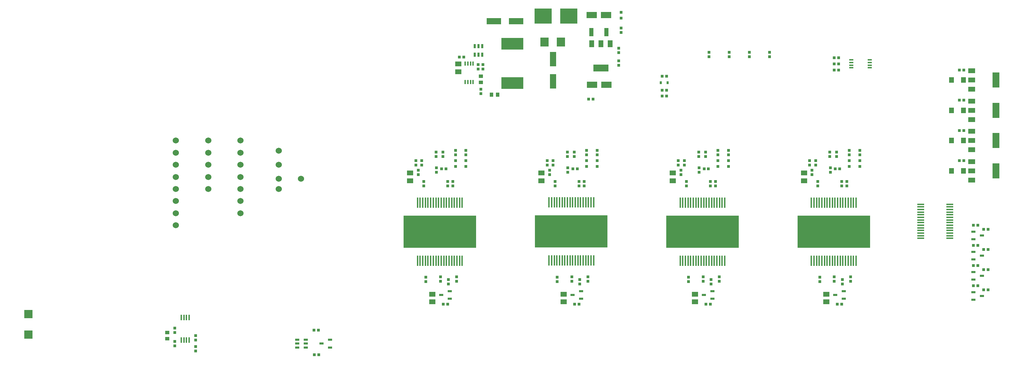
<source format=gbr>
G04 #@! TF.FileFunction,Paste,Top*
%FSLAX46Y46*%
G04 Gerber Fmt 4.6, Leading zero omitted, Abs format (unit mm)*
G04 Created by KiCad (PCBNEW (2015-02-24 BZR 5451)-product) date Thu 12 Mar 2015 11:25:46 PM EDT*
%MOMM*%
G01*
G04 APERTURE LIST*
%ADD10C,0.100000*%
%ADD11R,0.698500X0.800100*%
%ADD12R,1.498600X1.300480*%
%ADD13R,0.800100X0.698500*%
%ADD14R,0.797560X0.797560*%
%ADD15R,1.000760X0.599440*%
%ADD16R,3.599180X1.600200*%
%ADD17R,1.600200X3.599180*%
%ADD18R,2.600960X1.600200*%
%ADD19R,1.998980X2.301240*%
%ADD20R,1.000760X1.998980*%
%ADD21R,0.599440X0.800100*%
%ADD22R,1.300480X1.399540*%
%ADD23R,4.239260X3.810000*%
%ADD24R,1.000760X0.899160*%
%ADD25R,1.998980X1.998980*%
%ADD26R,5.400000X2.900000*%
%ADD27C,1.524000*%
%ADD28R,1.800860X1.300480*%
%ADD29R,1.800860X3.799840*%
%ADD30R,0.899160X1.000760*%
%ADD31R,0.408940X1.021080*%
%ADD32R,0.599440X1.000760*%
%ADD33R,1.300480X1.800860*%
%ADD34R,3.799840X1.800860*%
%ADD35R,1.651000X0.406400*%
%ADD36R,1.021080X0.408940*%
%ADD37R,0.419100X1.470660*%
%ADD38R,0.380000X2.500000*%
%ADD39R,18.000000X8.000000*%
G04 APERTURE END LIST*
D10*
D11*
X188600000Y-89251360D03*
X188600000Y-90348640D03*
D12*
X186600000Y-89947500D03*
X186600000Y-91852500D03*
D11*
X189500000Y-86851360D03*
X189500000Y-87948640D03*
X190000000Y-93148640D03*
X190000000Y-92051360D03*
X188000000Y-87948640D03*
X188000000Y-86851360D03*
X195900000Y-93148640D03*
X195900000Y-92051360D03*
X194100000Y-115651360D03*
X194100000Y-116748640D03*
X197200000Y-93148640D03*
X197200000Y-92051360D03*
X198100000Y-115651360D03*
X198100000Y-116748640D03*
D13*
X194351360Y-88900000D03*
X195448640Y-88900000D03*
D11*
X193000000Y-85848640D03*
X193000000Y-84751360D03*
X194700000Y-84751360D03*
X194700000Y-85848640D03*
X200400000Y-84351360D03*
X200400000Y-85448640D03*
D14*
X200400000Y-86850700D03*
X200400000Y-88349300D03*
D11*
X193100000Y-89748640D03*
X193100000Y-88651360D03*
D14*
X197800000Y-86850700D03*
X197800000Y-88349300D03*
D11*
X197800000Y-84351360D03*
X197800000Y-85448640D03*
X190500000Y-115751360D03*
X190500000Y-116848640D03*
D15*
X196406640Y-121102500D03*
X194293360Y-120150000D03*
X196406640Y-119197500D03*
D11*
X196100000Y-117448640D03*
X196100000Y-116351360D03*
D13*
X194801360Y-122400000D03*
X195898640Y-122400000D03*
D12*
X192100000Y-119947500D03*
X192100000Y-121852500D03*
D14*
X167900000Y-86850700D03*
X167900000Y-88349300D03*
D11*
X167900000Y-84351360D03*
X167900000Y-85448640D03*
X163400000Y-93148640D03*
X163400000Y-92051360D03*
X164700000Y-93148640D03*
X164700000Y-92051360D03*
D14*
X165300000Y-86850700D03*
X165300000Y-88349300D03*
D12*
X159600000Y-119947500D03*
X159600000Y-121852500D03*
D15*
X163906640Y-121102500D03*
X161793360Y-120150000D03*
X163906640Y-119197500D03*
D13*
X162301360Y-122400000D03*
X163398640Y-122400000D03*
D11*
X163600000Y-117448640D03*
X163600000Y-116351360D03*
X158000000Y-115751360D03*
X158000000Y-116848640D03*
X161600000Y-115651360D03*
X161600000Y-116748640D03*
X165600000Y-115651360D03*
X165600000Y-116748640D03*
D12*
X154100000Y-89947500D03*
X154100000Y-91852500D03*
D11*
X160600000Y-89748640D03*
X160600000Y-88651360D03*
D13*
X161851360Y-88900000D03*
X162948640Y-88900000D03*
D11*
X160500000Y-85848640D03*
X160500000Y-84751360D03*
X162200000Y-84751360D03*
X162200000Y-85848640D03*
X165300000Y-84351360D03*
X165300000Y-85448640D03*
X157500000Y-93148640D03*
X157500000Y-92051360D03*
X157000000Y-86851360D03*
X157000000Y-87948640D03*
X155500000Y-87948640D03*
X155500000Y-86851360D03*
X156100000Y-89251360D03*
X156100000Y-90348640D03*
D13*
X129801360Y-122400000D03*
X130898640Y-122400000D03*
D12*
X127100000Y-119947500D03*
X127100000Y-121852500D03*
D11*
X135400000Y-84351360D03*
X135400000Y-85448640D03*
D14*
X135400000Y-86850700D03*
X135400000Y-88349300D03*
X132800000Y-86850700D03*
X132800000Y-88349300D03*
D11*
X132800000Y-84351360D03*
X132800000Y-85448640D03*
X123600000Y-89251360D03*
X123600000Y-90348640D03*
X129700000Y-84751360D03*
X129700000Y-85848640D03*
X128100000Y-89748640D03*
X128100000Y-88651360D03*
D13*
X129351360Y-88900000D03*
X130448640Y-88900000D03*
D11*
X123000000Y-87948640D03*
X123000000Y-86851360D03*
X128000000Y-85848640D03*
X128000000Y-84751360D03*
X124500000Y-86851360D03*
X124500000Y-87948640D03*
D15*
X131406640Y-121102500D03*
X129293360Y-120150000D03*
X131406640Y-119197500D03*
D11*
X133100000Y-115651360D03*
X133100000Y-116748640D03*
X131100000Y-117448640D03*
X131100000Y-116351360D03*
X129100000Y-115651360D03*
X129100000Y-116748640D03*
X125500000Y-115751360D03*
X125500000Y-116848640D03*
X125000000Y-93148640D03*
X125000000Y-92051360D03*
X132200000Y-93148640D03*
X132200000Y-92051360D03*
D12*
X121600000Y-89947500D03*
X121600000Y-91852500D03*
D11*
X130900000Y-93148640D03*
X130900000Y-92051360D03*
D16*
X142349180Y-52300000D03*
X147850820Y-52300000D03*
D13*
X134848640Y-61200000D03*
X133751360Y-61200000D03*
D11*
X68500000Y-131348640D03*
X68500000Y-130251360D03*
X138400000Y-64148640D03*
X138400000Y-63051360D03*
X139100000Y-70248640D03*
X139100000Y-69151360D03*
D17*
X157000000Y-67250820D03*
X157000000Y-61749180D03*
D18*
X166499140Y-50800000D03*
X170100860Y-50800000D03*
D13*
X185048640Y-69400000D03*
X183951360Y-69400000D03*
X166848640Y-71600000D03*
X165751360Y-71600000D03*
D18*
X170200860Y-68100000D03*
X166599140Y-68100000D03*
D13*
X262148640Y-117900000D03*
X261051360Y-117900000D03*
X262148640Y-112900000D03*
X261051360Y-112900000D03*
X262148640Y-107900000D03*
X261051360Y-107900000D03*
X262148640Y-102900000D03*
X261051360Y-102900000D03*
D11*
X225500000Y-85848640D03*
X225500000Y-84751360D03*
X225600000Y-89748640D03*
X225600000Y-88651360D03*
X226600000Y-115651360D03*
X226600000Y-116748640D03*
D12*
X224600000Y-119947500D03*
X224600000Y-121852500D03*
D11*
X220500000Y-87948640D03*
X220500000Y-86851360D03*
X228400000Y-93148640D03*
X228400000Y-92051360D03*
D12*
X219100000Y-89947500D03*
X219100000Y-91852500D03*
D13*
X227301360Y-122400000D03*
X228398640Y-122400000D03*
D11*
X228600000Y-117448640D03*
X228600000Y-116351360D03*
X230600000Y-115651360D03*
X230600000Y-116748640D03*
X229700000Y-93148640D03*
X229700000Y-92051360D03*
X222500000Y-93148640D03*
X222500000Y-92051360D03*
X223000000Y-115751360D03*
X223000000Y-116848640D03*
D19*
X154890860Y-57500000D03*
X158909140Y-57500000D03*
D20*
X170149120Y-55000000D03*
X166450880Y-55000000D03*
D21*
X185350900Y-67600000D03*
X183649100Y-67600000D03*
D14*
X173800000Y-50100700D03*
X173800000Y-51599300D03*
D22*
X255649660Y-89400000D03*
X258550340Y-89400000D03*
D15*
X261043360Y-119447500D03*
X263156640Y-120400000D03*
X261043360Y-121352500D03*
X261043360Y-114447500D03*
X263156640Y-115400000D03*
X261043360Y-116352500D03*
X261043360Y-109447500D03*
X263156640Y-110400000D03*
X261043360Y-111352500D03*
X261043360Y-104447500D03*
X263156640Y-105400000D03*
X261043360Y-106352500D03*
D22*
X255649660Y-81900000D03*
X258550340Y-81900000D03*
X255649660Y-74400000D03*
X258550340Y-74400000D03*
X255649660Y-66900000D03*
X258550340Y-66900000D03*
D14*
X230300000Y-86850700D03*
X230300000Y-88349300D03*
X232900000Y-86850700D03*
X232900000Y-88349300D03*
D15*
X228906640Y-121102500D03*
X226793360Y-120150000D03*
X228906640Y-119197500D03*
D23*
X154512300Y-51100000D03*
X160887700Y-51100000D03*
D24*
X61500000Y-130951840D03*
X61500000Y-129448160D03*
D25*
X27100000Y-129940000D03*
X27100000Y-124860000D03*
D26*
X146900000Y-57950000D03*
X146900000Y-67650000D03*
D27*
X63600000Y-81900000D03*
X63600000Y-84900000D03*
X63600000Y-87900000D03*
X63600000Y-90900000D03*
X63600000Y-93900000D03*
X63600000Y-96900000D03*
X63600000Y-99900000D03*
X63600000Y-102900000D03*
X71600000Y-81900000D03*
X71600000Y-84900000D03*
X71600000Y-87900000D03*
X71600000Y-90900000D03*
X71600000Y-93900000D03*
X89100000Y-87900000D03*
X89100000Y-84400000D03*
X89100000Y-91400000D03*
X89100000Y-93900000D03*
X94600000Y-91400000D03*
X79600000Y-81900000D03*
X79600000Y-84900000D03*
X79600000Y-87900000D03*
X79600000Y-90900000D03*
X79600000Y-93900000D03*
X79600000Y-96900000D03*
X79600000Y-99900000D03*
D28*
X260600260Y-87098760D03*
X260600260Y-89400000D03*
X260600260Y-91701240D03*
D29*
X266599740Y-89400000D03*
D28*
X260600260Y-79598760D03*
X260600260Y-81900000D03*
X260600260Y-84201240D03*
D29*
X266599740Y-81900000D03*
D28*
X260600260Y-72098760D03*
X260600260Y-74400000D03*
X260600260Y-76701240D03*
D29*
X266599740Y-74400000D03*
D28*
X260600260Y-64598760D03*
X260600260Y-66900000D03*
X260600260Y-69201240D03*
D29*
X266599740Y-66900000D03*
D11*
X68500000Y-134048640D03*
X68500000Y-132951360D03*
X139600000Y-64148640D03*
X139600000Y-63051360D03*
X63300000Y-129448640D03*
X63300000Y-128351360D03*
X63300000Y-132748640D03*
X63300000Y-131651360D03*
D12*
X133500000Y-62947500D03*
X133500000Y-64852500D03*
D30*
X143251840Y-70500000D03*
X141748160Y-70500000D03*
D24*
X139100000Y-67451840D03*
X139100000Y-65948160D03*
D11*
X173200000Y-60148640D03*
X173200000Y-59051360D03*
D13*
X185048640Y-66000000D03*
X183951360Y-66000000D03*
X183951360Y-70900000D03*
X185048640Y-70900000D03*
D11*
X173200000Y-63248640D03*
X173200000Y-62151360D03*
X173800000Y-54051360D03*
X173800000Y-55148640D03*
D13*
X257551360Y-86900000D03*
X258648640Y-86900000D03*
X264648640Y-118900000D03*
X263551360Y-118900000D03*
X264648640Y-113900000D03*
X263551360Y-113900000D03*
X264648640Y-108900000D03*
X263551360Y-108900000D03*
X264648640Y-103900000D03*
X263551360Y-103900000D03*
X257551360Y-79400000D03*
X258648640Y-79400000D03*
X257551360Y-71900000D03*
X258648640Y-71900000D03*
X257551360Y-64400000D03*
X258648640Y-64400000D03*
X97751360Y-128900000D03*
X98848640Y-128900000D03*
X98948640Y-135000000D03*
X97851360Y-135000000D03*
D11*
X230300000Y-84351360D03*
X230300000Y-85448640D03*
X227200000Y-84751360D03*
X227200000Y-85848640D03*
X232900000Y-84351360D03*
X232900000Y-85448640D03*
D13*
X226851360Y-88900000D03*
X227948640Y-88900000D03*
D11*
X222000000Y-86851360D03*
X222000000Y-87948640D03*
X221100000Y-89251360D03*
X221100000Y-90348640D03*
D31*
X135224640Y-67401240D03*
X135874880Y-67401240D03*
X136525120Y-67401240D03*
X137175360Y-67401240D03*
X137175360Y-62798760D03*
X136525120Y-62798760D03*
X135874880Y-62798760D03*
X135224640Y-62798760D03*
D32*
X137547500Y-60656640D03*
X139452500Y-60656640D03*
X138500000Y-60656640D03*
X139452500Y-58543360D03*
X137547500Y-58543360D03*
X138500000Y-58543360D03*
D33*
X171101240Y-57900260D03*
X168800000Y-57900260D03*
X166498760Y-57900260D03*
D34*
X168800000Y-63899740D03*
D35*
X248000820Y-101574880D03*
X248000820Y-102225120D03*
X248000820Y-102875360D03*
X248000820Y-103525600D03*
X255199180Y-99624160D03*
X248000820Y-99624160D03*
X248000820Y-100274400D03*
X248000820Y-100924640D03*
X255199180Y-104175840D03*
X255199180Y-103525600D03*
X255199180Y-102875360D03*
X255199180Y-102225120D03*
X255199180Y-101574880D03*
X255199180Y-100924640D03*
X248000820Y-104175840D03*
X255199180Y-100274400D03*
X255199180Y-98973920D03*
X255199180Y-98326220D03*
X255199180Y-97675980D03*
X248000820Y-97675980D03*
X248000820Y-98326220D03*
X248000820Y-98973920D03*
X248000820Y-104826080D03*
X248000820Y-105473780D03*
X248000820Y-106124020D03*
X255199180Y-106124020D03*
X255199180Y-105473780D03*
X255199180Y-104826080D03*
D15*
X93643360Y-131247500D03*
X93643360Y-133152500D03*
X93643360Y-132200000D03*
X95756640Y-133152500D03*
X95756640Y-131247500D03*
X95756640Y-132200000D03*
D11*
X195600000Y-60051360D03*
X195600000Y-61148640D03*
X200600000Y-60051360D03*
X200600000Y-61148640D03*
X205600000Y-60051360D03*
X205600000Y-61148640D03*
X210600000Y-60051360D03*
X210600000Y-61148640D03*
D15*
X101756640Y-133152500D03*
X99643360Y-132200000D03*
X101756640Y-131247500D03*
D13*
X226551360Y-61400000D03*
X227648640Y-61400000D03*
X226551360Y-62900000D03*
X227648640Y-62900000D03*
X227648640Y-64400000D03*
X226551360Y-64400000D03*
D36*
X230798760Y-61924640D03*
X230798760Y-62574880D03*
X230798760Y-63225120D03*
X230798760Y-63875360D03*
X235401240Y-63875360D03*
X235401240Y-63225120D03*
X235401240Y-62574880D03*
X235401240Y-61924640D03*
D37*
X66222580Y-125700920D03*
X65577420Y-125700920D03*
X64924640Y-125700920D03*
X66875360Y-125700920D03*
X64924640Y-131299080D03*
X65577420Y-131299080D03*
X66222580Y-131299080D03*
X66875360Y-131299080D03*
D38*
X123425000Y-111650000D03*
X124075000Y-111650000D03*
X124725000Y-111650000D03*
X125375000Y-111650000D03*
X126025000Y-111650000D03*
X126675000Y-111650000D03*
X127325000Y-111650000D03*
X127975000Y-111650000D03*
X128625000Y-111650000D03*
X129275000Y-111650000D03*
X129925000Y-111650000D03*
X130575000Y-111650000D03*
X131225000Y-111650000D03*
X131875000Y-111650000D03*
X132525000Y-111650000D03*
X133175000Y-111650000D03*
X133825000Y-111650000D03*
X134475000Y-111650000D03*
X134475000Y-97250000D03*
X133825000Y-97250000D03*
X133175000Y-97250000D03*
X132525000Y-97250000D03*
X131875000Y-97250000D03*
X131225000Y-97250000D03*
X130575000Y-97250000D03*
X129925000Y-97250000D03*
X129275000Y-97250000D03*
X128625000Y-97250000D03*
X127975000Y-97250000D03*
X127325000Y-97250000D03*
X126675000Y-97250000D03*
X126025000Y-97250000D03*
X125375000Y-97250000D03*
X124725000Y-97250000D03*
X124075000Y-97250000D03*
X123425000Y-97250000D03*
D39*
X128950000Y-104450000D03*
D38*
X155975000Y-111600000D03*
X156625000Y-111600000D03*
X157275000Y-111600000D03*
X157925000Y-111600000D03*
X158575000Y-111600000D03*
X159225000Y-111600000D03*
X159875000Y-111600000D03*
X160525000Y-111600000D03*
X161175000Y-111600000D03*
X161825000Y-111600000D03*
X162475000Y-111600000D03*
X163125000Y-111600000D03*
X163775000Y-111600000D03*
X164425000Y-111600000D03*
X165075000Y-111600000D03*
X165725000Y-111600000D03*
X166375000Y-111600000D03*
X167025000Y-111600000D03*
X167025000Y-97200000D03*
X166375000Y-97200000D03*
X165725000Y-97200000D03*
X165075000Y-97200000D03*
X164425000Y-97200000D03*
X163775000Y-97200000D03*
X163125000Y-97200000D03*
X162475000Y-97200000D03*
X161825000Y-97200000D03*
X161175000Y-97200000D03*
X160525000Y-97200000D03*
X159875000Y-97200000D03*
X159225000Y-97200000D03*
X158575000Y-97200000D03*
X157925000Y-97200000D03*
X157275000Y-97200000D03*
X156625000Y-97200000D03*
X155975000Y-97200000D03*
D39*
X161500000Y-104400000D03*
D38*
X188425000Y-111650000D03*
X189075000Y-111650000D03*
X189725000Y-111650000D03*
X190375000Y-111650000D03*
X191025000Y-111650000D03*
X191675000Y-111650000D03*
X192325000Y-111650000D03*
X192975000Y-111650000D03*
X193625000Y-111650000D03*
X194275000Y-111650000D03*
X194925000Y-111650000D03*
X195575000Y-111650000D03*
X196225000Y-111650000D03*
X196875000Y-111650000D03*
X197525000Y-111650000D03*
X198175000Y-111650000D03*
X198825000Y-111650000D03*
X199475000Y-111650000D03*
X199475000Y-97250000D03*
X198825000Y-97250000D03*
X198175000Y-97250000D03*
X197525000Y-97250000D03*
X196875000Y-97250000D03*
X196225000Y-97250000D03*
X195575000Y-97250000D03*
X194925000Y-97250000D03*
X194275000Y-97250000D03*
X193625000Y-97250000D03*
X192975000Y-97250000D03*
X192325000Y-97250000D03*
X191675000Y-97250000D03*
X191025000Y-97250000D03*
X190375000Y-97250000D03*
X189725000Y-97250000D03*
X189075000Y-97250000D03*
X188425000Y-97250000D03*
D39*
X193950000Y-104450000D03*
D38*
X220925000Y-111650000D03*
X221575000Y-111650000D03*
X222225000Y-111650000D03*
X222875000Y-111650000D03*
X223525000Y-111650000D03*
X224175000Y-111650000D03*
X224825000Y-111650000D03*
X225475000Y-111650000D03*
X226125000Y-111650000D03*
X226775000Y-111650000D03*
X227425000Y-111650000D03*
X228075000Y-111650000D03*
X228725000Y-111650000D03*
X229375000Y-111650000D03*
X230025000Y-111650000D03*
X230675000Y-111650000D03*
X231325000Y-111650000D03*
X231975000Y-111650000D03*
X231975000Y-97250000D03*
X231325000Y-97250000D03*
X230675000Y-97250000D03*
X230025000Y-97250000D03*
X229375000Y-97250000D03*
X228725000Y-97250000D03*
X228075000Y-97250000D03*
X227425000Y-97250000D03*
X226775000Y-97250000D03*
X226125000Y-97250000D03*
X225475000Y-97250000D03*
X224825000Y-97250000D03*
X224175000Y-97250000D03*
X223525000Y-97250000D03*
X222875000Y-97250000D03*
X222225000Y-97250000D03*
X221575000Y-97250000D03*
X220925000Y-97250000D03*
D39*
X226450000Y-104450000D03*
M02*

</source>
